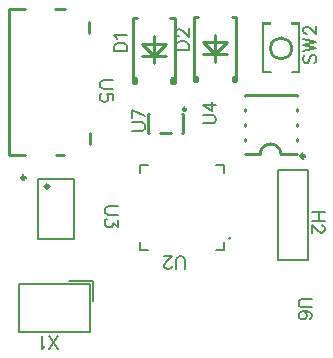
<source format=gto>
G04 Layer: TopSilkscreenLayer*
G04 EasyEDA v6.5.38, 2023-12-01 04:26:50*
G04 a14715bac62b4674aedb9b46894eb211,1c5aeea7b1c04971ae88c05baabc065b,10*
G04 Gerber Generator version 0.2*
G04 Scale: 100 percent, Rotated: No, Reflected: No *
G04 Dimensions in millimeters *
G04 leading zeros omitted , absolute positions ,4 integer and 5 decimal *
%FSLAX45Y45*%
%MOMM*%

%ADD10C,0.1524*%
%ADD11C,0.2540*%
%ADD12C,0.2032*%
%ADD13C,0.1500*%
%ADD14C,0.3000*%
%ADD15C,0.0118*%

%LPD*%
D10*
X1686585Y6161443D02*
G01*
X1795551Y6161443D01*
X1686585Y6161443D02*
G01*
X1686585Y6197765D01*
X1691665Y6213513D01*
X1702079Y6223673D01*
X1712493Y6229007D01*
X1728241Y6234087D01*
X1754149Y6234087D01*
X1769643Y6229007D01*
X1780057Y6223673D01*
X1790471Y6213513D01*
X1795551Y6197765D01*
X1795551Y6161443D01*
X1707413Y6268377D02*
G01*
X1702079Y6278791D01*
X1686585Y6294539D01*
X1795551Y6294539D01*
X2207285Y6174143D02*
G01*
X2316251Y6174143D01*
X2207285Y6174143D02*
G01*
X2207285Y6210465D01*
X2212365Y6226213D01*
X2222779Y6236373D01*
X2233193Y6241707D01*
X2248941Y6246787D01*
X2274849Y6246787D01*
X2290343Y6241707D01*
X2300757Y6236373D01*
X2311171Y6226213D01*
X2316251Y6210465D01*
X2316251Y6174143D01*
X2233193Y6286411D02*
G01*
X2228113Y6286411D01*
X2217699Y6291491D01*
X2212365Y6296825D01*
X2207285Y6307239D01*
X2207285Y6327813D01*
X2212365Y6338227D01*
X2217699Y6343561D01*
X2228113Y6348641D01*
X2238527Y6348641D01*
X2248941Y6343561D01*
X2264435Y6333147D01*
X2316251Y6281077D01*
X2316251Y6353975D01*
X3468115Y4800600D02*
G01*
X3359150Y4800600D01*
X3468115Y4727955D02*
G01*
X3359150Y4727955D01*
X3416300Y4800600D02*
G01*
X3416300Y4727955D01*
X3442208Y4688331D02*
G01*
X3447288Y4688331D01*
X3457702Y4683252D01*
X3463036Y4677918D01*
X3468115Y4667504D01*
X3468115Y4646929D01*
X3463036Y4636515D01*
X3457702Y4631181D01*
X3447288Y4626102D01*
X3436874Y4626102D01*
X3426459Y4631181D01*
X3410965Y4641595D01*
X3359150Y4693665D01*
X3359150Y4620768D01*
X3303777Y6130544D02*
G01*
X3293363Y6120129D01*
X3288284Y6104636D01*
X3288284Y6083807D01*
X3293363Y6068313D01*
X3303777Y6057900D01*
X3314191Y6057900D01*
X3324606Y6062979D01*
X3329940Y6068313D01*
X3335020Y6078728D01*
X3345434Y6109970D01*
X3350513Y6120129D01*
X3355847Y6125463D01*
X3366261Y6130544D01*
X3381756Y6130544D01*
X3392170Y6120129D01*
X3397250Y6104636D01*
X3397250Y6083807D01*
X3392170Y6068313D01*
X3381756Y6057900D01*
X3288284Y6164834D02*
G01*
X3397250Y6190995D01*
X3288284Y6216904D02*
G01*
X3397250Y6190995D01*
X3288284Y6216904D02*
G01*
X3397250Y6242812D01*
X3288284Y6268720D02*
G01*
X3397250Y6242812D01*
X3314191Y6308344D02*
G01*
X3309111Y6308344D01*
X3298697Y6313423D01*
X3293363Y6318757D01*
X3288284Y6329171D01*
X3288284Y6350000D01*
X3293363Y6360160D01*
X3298697Y6365494D01*
X3309111Y6370573D01*
X3319525Y6370573D01*
X3329940Y6365494D01*
X3345434Y6355079D01*
X3397250Y6303010D01*
X3397250Y6375907D01*
X2285987Y4316971D02*
G01*
X2285987Y4394949D01*
X2280907Y4410443D01*
X2270493Y4420857D01*
X2254745Y4425937D01*
X2244331Y4425937D01*
X2228837Y4420857D01*
X2218423Y4410443D01*
X2213343Y4394949D01*
X2213343Y4316971D01*
X2173719Y4342879D02*
G01*
X2173719Y4337799D01*
X2168639Y4327385D01*
X2163305Y4322051D01*
X2152891Y4316971D01*
X2132317Y4316971D01*
X2121903Y4322051D01*
X2116569Y4327385D01*
X2111489Y4337799D01*
X2111489Y4348213D01*
X2116569Y4358627D01*
X2126983Y4374121D01*
X2179053Y4425937D01*
X2106155Y4425937D01*
X1715515Y4851400D02*
G01*
X1637537Y4851400D01*
X1622044Y4846320D01*
X1611629Y4835905D01*
X1606550Y4820157D01*
X1606550Y4809744D01*
X1611629Y4794250D01*
X1622044Y4783836D01*
X1637537Y4778755D01*
X1715515Y4778755D01*
X1715515Y4734052D02*
G01*
X1715515Y4676902D01*
X1673860Y4707889D01*
X1673860Y4692395D01*
X1668779Y4681981D01*
X1663700Y4676902D01*
X1647952Y4671568D01*
X1637537Y4671568D01*
X1622044Y4676902D01*
X1611629Y4687315D01*
X1606550Y4702810D01*
X1606550Y4718304D01*
X1611629Y4734052D01*
X1616710Y4739131D01*
X1627123Y4744465D01*
X2437384Y5549900D02*
G01*
X2515361Y5549900D01*
X2530856Y5554979D01*
X2541270Y5565394D01*
X2546350Y5581142D01*
X2546350Y5591555D01*
X2541270Y5607050D01*
X2530856Y5617463D01*
X2515361Y5622544D01*
X2437384Y5622544D01*
X2437384Y5708904D02*
G01*
X2510027Y5656834D01*
X2510027Y5734812D01*
X2437384Y5708904D02*
G01*
X2546350Y5708904D01*
X1673418Y5914821D02*
G01*
X1595440Y5914821D01*
X1579946Y5909741D01*
X1569532Y5899327D01*
X1564452Y5883579D01*
X1564452Y5873165D01*
X1569532Y5857671D01*
X1579946Y5847257D01*
X1595440Y5842177D01*
X1673418Y5842177D01*
X1673418Y5745403D02*
G01*
X1673418Y5797473D01*
X1626682Y5802553D01*
X1631762Y5797473D01*
X1637096Y5781725D01*
X1637096Y5766231D01*
X1631762Y5750737D01*
X1621602Y5740323D01*
X1605854Y5734989D01*
X1595440Y5734989D01*
X1579946Y5740323D01*
X1569532Y5750737D01*
X1564452Y5766231D01*
X1564452Y5781725D01*
X1569532Y5797473D01*
X1574612Y5802553D01*
X1585026Y5807887D01*
X3358134Y4065015D02*
G01*
X3280156Y4065015D01*
X3264661Y4059936D01*
X3254247Y4049521D01*
X3249168Y4033773D01*
X3249168Y4023360D01*
X3254247Y4007865D01*
X3264661Y3997452D01*
X3280156Y3992371D01*
X3358134Y3992371D01*
X3342640Y3895597D02*
G01*
X3353054Y3900931D01*
X3358134Y3916426D01*
X3358134Y3926839D01*
X3353054Y3942334D01*
X3337306Y3952747D01*
X3311397Y3958081D01*
X3285490Y3958081D01*
X3264661Y3952747D01*
X3254247Y3942334D01*
X3249168Y3926839D01*
X3249168Y3921505D01*
X3254247Y3906012D01*
X3264661Y3895597D01*
X3280156Y3890518D01*
X3285490Y3890518D01*
X3300984Y3895597D01*
X3311397Y3906012D01*
X3316477Y3921505D01*
X3316477Y3926839D01*
X3311397Y3942334D01*
X3300984Y3952747D01*
X3285490Y3958081D01*
X1840484Y5486400D02*
G01*
X1918462Y5486400D01*
X1933956Y5491479D01*
X1944370Y5501894D01*
X1949450Y5517642D01*
X1949450Y5528055D01*
X1944370Y5543550D01*
X1933956Y5553963D01*
X1918462Y5559044D01*
X1840484Y5559044D01*
X1840484Y5666231D02*
G01*
X1949450Y5614162D01*
X1840484Y5593334D02*
G01*
X1840484Y5666231D01*
X1206500Y3643884D02*
G01*
X1133855Y3752850D01*
X1133855Y3643884D02*
G01*
X1206500Y3752850D01*
X1099565Y3664712D02*
G01*
X1089152Y3659378D01*
X1073404Y3643884D01*
X1073404Y3752850D01*
G36*
X3182061Y6410401D02*
G01*
X3182061Y6379921D01*
X3260547Y6379921D01*
X3260547Y6410401D01*
G37*
G36*
X2937052Y6410401D02*
G01*
X2937052Y6379921D01*
X3015538Y6379921D01*
X3015538Y6410401D01*
G37*
D11*
X1869188Y5916935D02*
G01*
X1869188Y5928611D01*
X1866900Y5930900D01*
X1854212Y5930900D01*
X1841507Y5916935D01*
X1841507Y5943605D01*
X2169406Y5916935D02*
G01*
X2169406Y5928606D01*
X2171700Y5930900D01*
X2197107Y5930900D01*
X2169406Y5895941D02*
G01*
X2169406Y5916935D01*
X2162421Y6438897D02*
G01*
X2197107Y6438897D01*
X2197107Y6400805D01*
X1866907Y6438897D02*
G01*
X1876193Y6438897D01*
X1841525Y5943511D02*
G01*
X1841525Y6400711D01*
X1841525Y6400711D01*
X1841507Y6438897D01*
X1866907Y6438897D01*
X2169406Y5916935D02*
G01*
X2197094Y5916935D01*
X2197107Y6400805D02*
G01*
X2197107Y5917026D01*
X2169406Y5895941D02*
G01*
X2197094Y5895941D01*
X2197094Y5917026D01*
X1841507Y5943605D02*
G01*
X1841507Y5916935D01*
X1869188Y5916935D02*
G01*
X1854207Y5916935D01*
X1841507Y5916935D02*
G01*
X1841507Y5895936D01*
X1869188Y5895936D01*
X1869188Y5895936D02*
G01*
X1869188Y5916935D01*
X1917707Y6223005D02*
G01*
X2120907Y6223005D01*
X2019307Y6057905D02*
G01*
X2019307Y6286505D01*
X1917702Y6121410D02*
G01*
X2120907Y6121405D01*
X1917694Y6223022D02*
G01*
X2019294Y6121422D01*
X2120894Y6223022D01*
X2389888Y5929635D02*
G01*
X2389888Y5941311D01*
X2387600Y5943600D01*
X2374912Y5943600D01*
X2362207Y5929635D01*
X2362207Y5956305D01*
X2690106Y5929635D02*
G01*
X2690106Y5941306D01*
X2692400Y5943600D01*
X2717807Y5943600D01*
X2690106Y5908641D02*
G01*
X2690106Y5929635D01*
X2683121Y6451597D02*
G01*
X2717807Y6451597D01*
X2717807Y6413505D01*
X2387607Y6451597D02*
G01*
X2396893Y6451597D01*
X2362225Y5956211D02*
G01*
X2362225Y6413411D01*
X2362225Y6413411D01*
X2362207Y6451597D01*
X2387607Y6451597D01*
X2690106Y5929635D02*
G01*
X2717794Y5929635D01*
X2717807Y6413505D02*
G01*
X2717807Y5929726D01*
X2690106Y5908641D02*
G01*
X2717794Y5908641D01*
X2717794Y5929726D01*
X2362207Y5956305D02*
G01*
X2362207Y5929635D01*
X2389888Y5929635D02*
G01*
X2374907Y5929635D01*
X2362207Y5929635D02*
G01*
X2362207Y5908636D01*
X2389888Y5908636D01*
X2389888Y5908636D02*
G01*
X2389888Y5929635D01*
X2438407Y6235705D02*
G01*
X2641607Y6235705D01*
X2540007Y6070605D02*
G01*
X2540007Y6299205D01*
X2438402Y6134110D02*
G01*
X2641607Y6134105D01*
X2438394Y6235722D02*
G01*
X2539994Y6134122D01*
X2641594Y6235722D01*
D12*
X3327400Y4648200D02*
G01*
X3327400Y4394200D01*
X3075940Y4394200D01*
X3075940Y5156200D01*
X3327400Y5156200D01*
X3327400Y4648200D01*
D10*
X3252919Y6387520D02*
G01*
X3252919Y5982279D01*
X3252919Y5982279D02*
G01*
X3187120Y5982279D01*
X2944680Y6387520D02*
G01*
X2944680Y5982279D01*
X2944680Y5982279D02*
G01*
X3010479Y5982279D01*
X1970341Y4481070D02*
G01*
X1902970Y4481070D01*
X1902970Y4548441D01*
X1970341Y5196314D02*
G01*
X1902970Y5196314D01*
X1902970Y5128945D01*
X2550845Y4481070D02*
G01*
X2618214Y4481070D01*
X2618214Y4548441D01*
X2550845Y5196314D02*
G01*
X2618214Y5196314D01*
X2618214Y5128945D01*
X1041659Y5078620D02*
G01*
X1345940Y5078620D01*
X1345940Y4573379D01*
X1041659Y4573379D01*
X1041659Y5078620D01*
D11*
X3229899Y5287200D02*
G01*
X3098800Y5287200D01*
X2789900Y5287200D02*
G01*
X2921000Y5287200D01*
X3229899Y5295168D02*
G01*
X3229899Y5287200D01*
X3229899Y5422168D02*
G01*
X3229899Y5398231D01*
X3229899Y5549168D02*
G01*
X3229899Y5525231D01*
X3229899Y5676168D02*
G01*
X3229899Y5652231D01*
X3229899Y5787199D02*
G01*
X3229899Y5779231D01*
X2789900Y5295168D02*
G01*
X2789900Y5287200D01*
X2789900Y5422168D02*
G01*
X2789900Y5398231D01*
X2789900Y5549168D02*
G01*
X2789900Y5525231D01*
X2789900Y5676168D02*
G01*
X2789900Y5652231D01*
X2789900Y5787199D02*
G01*
X2789900Y5779231D01*
X2789900Y5787199D02*
G01*
X3229899Y5787199D01*
X1475051Y6411945D02*
G01*
X1475051Y6318417D01*
X1187762Y6514797D02*
G01*
X1266337Y6514797D01*
X926736Y5282803D02*
G01*
X799048Y5282803D01*
X799048Y6514797D01*
X931336Y6514797D01*
X1261737Y5282803D02*
G01*
X1192364Y5282803D01*
X1479049Y5467189D02*
G01*
X1479049Y5372516D01*
X2265911Y5629899D02*
G01*
X2265911Y5469895D01*
X1975909Y5629899D02*
G01*
X1975909Y5469895D01*
X1975909Y5469895D02*
G01*
X1978345Y5469895D01*
X2073465Y5469895D02*
G01*
X2168349Y5469895D01*
X2263467Y5469895D02*
G01*
X2265911Y5469895D01*
X2265911Y5629899D02*
G01*
X2263467Y5629899D01*
X1978345Y5629899D02*
G01*
X1975909Y5629899D01*
D10*
X1483959Y4190659D02*
G01*
X1483959Y3784940D01*
X878240Y3784940D01*
X878240Y4190659D01*
X1483959Y4190659D01*
X1506819Y4047799D02*
G01*
X1506819Y4213519D01*
X1301099Y4213519D01*
D11*
G75*
G01*
X3098800Y5287200D02*
G03*
X2921000Y5287264I-88900J32D01*
G75*
G01
X3188792Y6184900D02*
G03X3188792Y6184900I-89992J0D01*
D13*
G75*
G01
X2672055Y4578680D02*
G03X2672055Y4578680I-7493J0D01*
D14*
G75*
G01
X1131900Y5016500D02*
G03X1131900Y5016500I-15011J0D01*
G75*
G01
X931570Y5091151D02*
G03X931570Y5091151I-15011J0D01*
G75*
G01
X3295421Y5273040D02*
G03X3295421Y5273040I-15011J0D01*
D11*
G75*
G01
X2293620Y5669890D02*
G03X2293620Y5669890I-12700J0D01*
M02*

</source>
